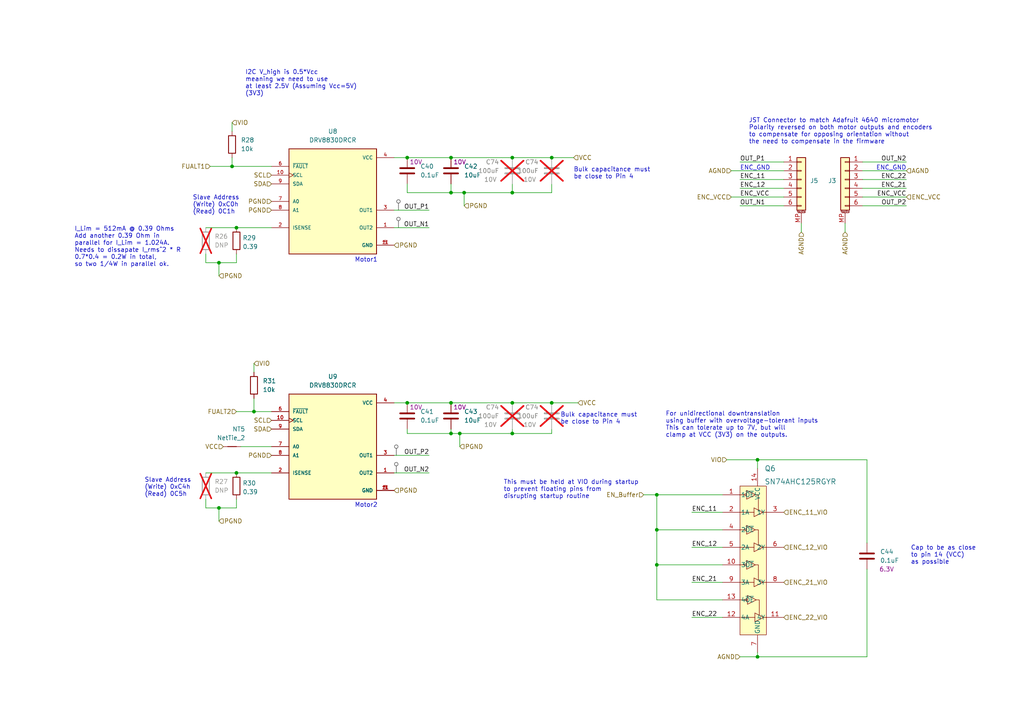
<source format=kicad_sch>
(kicad_sch (version 20230121) (generator eeschema)
  (paper "A4")
  (lib_symbols
    (symbol "Device:NetTie_2" (pin_numbers hide) (pin_names (offset 0) hide)
      (property "Reference" "NT" (at 0 1.27 0))
      (property "Value" "NetTie_2" (at 0 -1.27 0))
      (symbol "NetTie_2_0_1"
        (polyline (pts (xy -1.27 0) (xy 1.27 0)) (stroke (width 0.254)))
      )
      (symbol "NetTie_2_1_1"
        (pin passive line (at -2.54 0 0) (length 2.54) (name "1") (number "1"))
        (pin passive line (at 2.54 0 180) (length 2.54) (name "2") (number "2"))
      )
    )
    (symbol "robot:C" (pin_numbers hide) (pin_names (offset 0.254))
      (property "Reference" "C" (at 0.635 2.54 0))
      (property "Value" "C" (at 0.635 -2.54 0))
      (symbol "C_0_1"
        (polyline (pts (xy -2.032 -0.762) (xy 2.032 -0.762)) (stroke (width 0.508)))
        (polyline (pts (xy -2.032 0.762) (xy 2.032 0.762)) (stroke (width 0.508)))
      )
      (symbol "C_1_1"
        (pin passive line (at 0 3.81 270) (length 2.794) (name "~") (number "1"))
        (pin passive line (at 0 -3.81 90) (length 2.794) (name "~") (number "2"))
      )
    )
    (symbol "robot:Conn_01x06_MountingPin" (pin_names (offset 1.016) hide)
      (property "Reference" "J" (at 0 7.62 0))
      (property "Value" "Conn_01x06_MountingPin" (at 1.27 -10.16 0))
      (symbol "Conn_01x06_MountingPin_1_1"
        (rectangle (start -1.27 -7.493) (end 0 -7.747) (stroke (width 0.1524)))
        (rectangle (start -1.27 -4.953) (end 0 -5.207) (stroke (width 0.1524)))
        (rectangle (start -1.27 -2.413) (end 0 -2.667) (stroke (width 0.1524)))
        (rectangle (start -1.27 0.127) (end 0 -0.127) (stroke (width 0.1524)))
        (rectangle (start -1.27 2.667) (end 0 2.413) (stroke (width 0.1524)))
        (rectangle (start -1.27 5.207) (end 0 4.953) (stroke (width 0.1524)))
        (rectangle (start -1.27 6.35) (end 1.27 -8.89) (stroke (width 0.254)) (fill (type background)))
        (polyline (pts (xy -1.016 -9.652) (xy 1.016 -9.652)) (stroke (width 0.1524)))
        (text "Mounting" (at 0 -9.271 0) (effects (font (size 0.381 0.381))))
        (pin passive line (at -5.08 5.08 0) (length 3.81) (name "Pin_1") (number "1"))
        (pin passive line (at -5.08 2.54 0) (length 3.81) (name "Pin_2") (number "2"))
        (pin passive line (at -5.08 0 0) (length 3.81) (name "Pin_3") (number "3"))
        (pin passive line (at -5.08 -2.54 0) (length 3.81) (name "Pin_4") (number "4"))
        (pin passive line (at -5.08 -5.08 0) (length 3.81) (name "Pin_5") (number "5"))
        (pin passive line (at -5.08 -7.62 0) (length 3.81) (name "Pin_6") (number "6"))
        (pin passive line (at 0 -12.7 90) (length 3.048) (name "MountPin") (number "MP"))
      )
    )
    (symbol "robot:DRV8830DRCR" (pin_names (offset 1.016))
      (property "Reference" "U" (at -12.7 16.129 0))
      (property "Value" "DRV8830DRCR" (at -12.7 -17.78 0))
      (symbol "DRV8830DRCR_0_0"
        (rectangle (start -12.7 -15.24) (end 12.7 15.24) (stroke (width 0.254)) (fill (type background)))
        (pin output line (at 17.78 -7.62 180) (length 5.08) (name "OUT2") (number "1"))
        (pin input clock (at -17.78 7.62 0) (length 5.08) (name "SCL") (number "10"))
        (pin power_in line (at 17.78 -12.7 180) (length 5.08) (name "GND") (number "11"))
        (pin bidirectional line (at -17.78 -7.62 0) (length 5.08) (name "ISENSE") (number "2"))
        (pin output line (at 17.78 -2.54 180) (length 5.08) (name "OUT1") (number "3"))
        (pin power_in line (at 17.78 12.7 180) (length 5.08) (name "VCC") (number "4"))
        (pin power_in line (at 17.78 -12.7 180) (length 5.08) (name "GND") (number "5"))
        (pin output line (at -17.78 10.16 0) (length 5.08) (name "~{FAULT}") (number "6"))
        (pin input line (at -17.78 0 0) (length 5.08) (name "A0") (number "7"))
        (pin input line (at -17.78 -2.54 0) (length 5.08) (name "A1") (number "8"))
        (pin bidirectional line (at -17.78 5.08 0) (length 5.08) (name "SDA") (number "9"))
      )
    )
    (symbol "robot:R" (pin_numbers hide) (pin_names (offset 0))
      (property "Reference" "R" (at 2.032 0 90))
      (property "Value" "R" (at 0 0 90))
      (symbol "R_0_1"
        (rectangle (start -1.016 -2.54) (end 1.016 2.54) (stroke (width 0.254)))
      )
      (symbol "R_1_1"
        (pin passive line (at 0 3.81 270) (length 1.27) (name "~") (number "1"))
        (pin passive line (at 0 -3.81 90) (length 1.27) (name "~") (number "2"))
      )
    )
    (symbol "robot:SN74AHC125RGYR" (pin_names (offset 0.254))
      (property "Reference" "U" (at 0 41.91 0))
      (property "Value" "SN74AHC125RGYR" (at 0 39.37 0))
      (symbol "SN74AHC125RGYR_0_0"
        (pin input line (at 1.27 -29.21 90) (length 5.08) hide (name "GND") (number "PAD"))
      )
      (symbol "SN74AHC125RGYR_0_1"
        (rectangle (start -3.81 19.05) (end 3.81 -24.13) (fill (type background)))
        (circle (center -2.286 -3.81) (radius 0.254))
        (circle (center -2.286 6.35) (radius 0.254))
        (circle (center -2.286 16.51) (radius 0.254))
        (circle (center -2.032 -13.97) (radius 0.254))
        (polyline (pts (xy -2.54 -3.81) (xy -3.937 -3.81)))
        (polyline (pts (xy -2.54 6.35) (xy -3.937 6.35)))
        (polyline (pts (xy -2.54 16.51) (xy -3.937 16.51)))
        (polyline (pts (xy -2.286 -13.97) (xy -3.683 -13.97)))
        (polyline (pts (xy 0.254 -8.89) (xy -3.81 -8.89)))
        (polyline (pts (xy 0.254 1.27) (xy -3.81 1.27)))
        (polyline (pts (xy 0.254 11.43) (xy -3.81 11.43)))
        (polyline (pts (xy 0.508 -19.05) (xy -3.556 -19.05)))
        (polyline (pts (xy 2.667 -8.89) (xy 3.683 -8.89)))
        (polyline (pts (xy 2.667 1.27) (xy 3.683 1.27)))
        (polyline (pts (xy 2.667 11.43) (xy 3.683 11.43)))
        (polyline (pts (xy 2.921 -19.05) (xy 3.937 -19.05)))
        (polyline (pts (xy 1.524 -8.255) (xy 1.524 -3.81) (xy 0.635 -3.81)))
        (polyline (pts (xy 1.524 1.905) (xy 1.524 6.35) (xy 0.635 6.35)))
        (polyline (pts (xy 1.524 12.065) (xy 1.524 16.51) (xy 0.635 16.51)))
        (polyline (pts (xy 1.778 -18.415) (xy 1.778 -13.97) (xy 0.889 -13.97)))
        (polyline (pts (xy -1.905 -2.54) (xy -1.905 -3.81) (xy -1.905 -5.08) (xy 0.635 -3.81) (xy -1.905 -2.54)))
        (polyline (pts (xy -1.905 7.62) (xy -1.905 6.35) (xy -1.905 5.08) (xy 0.635 6.35) (xy -1.905 7.62)))
        (polyline (pts (xy -1.905 17.78) (xy -1.905 16.51) (xy -1.905 15.24) (xy 0.635 16.51) (xy -1.905 17.78)))
        (polyline (pts (xy -1.651 -12.7) (xy -1.651 -13.97) (xy -1.651 -15.24) (xy 0.889 -13.97) (xy -1.651 -12.7)))
        (polyline (pts (xy 0.254 -7.62) (xy 0.254 -8.89) (xy 0.254 -10.16) (xy 2.794 -8.89) (xy 0.254 -7.62)))
        (polyline (pts (xy 0.254 2.54) (xy 0.254 1.27) (xy 0.254 0) (xy 2.794 1.27) (xy 0.254 2.54)))
        (polyline (pts (xy 0.254 12.7) (xy 0.254 11.43) (xy 0.254 10.16) (xy 2.794 11.43) (xy 0.254 12.7)))
        (polyline (pts (xy 0.508 -17.78) (xy 0.508 -19.05) (xy 0.508 -20.32) (xy 3.048 -19.05) (xy 0.508 -17.78)))
      )
      (symbol "SN74AHC125RGYR_1_1"
        (pin input line (at -8.89 16.51 0) (length 5.08) (name "1~{OE}") (number "1"))
        (pin input line (at -8.89 -3.81 0) (length 5.08) (name "3~{OE}") (number "10"))
        (pin output line (at 8.89 -19.05 180) (length 5.08) (name "4Y") (number "11"))
        (pin input line (at -8.89 -19.05 0) (length 5.08) (name "4A") (number "12"))
        (pin input line (at -8.89 -13.97 0) (length 5.08) (name "4~{OE}") (number "13"))
        (pin power_in line (at 1.27 24.13 270) (length 5.08) (name "VCC") (number "14"))
        (pin input line (at -8.89 11.43 0) (length 5.08) (name "1A") (number "2"))
        (pin output line (at 8.89 11.43 180) (length 5.08) (name "1Y") (number "3"))
        (pin input line (at -8.89 6.35 0) (length 5.08) (name "2~{OE}") (number "4"))
        (pin input line (at -8.89 1.27 0) (length 5.08) (name "2A") (number "5"))
        (pin output line (at 8.89 1.27 180) (length 5.08) (name "2Y") (number "6"))
        (pin power_in line (at 1.27 -29.21 90) (length 5.08) (name "GND") (number "7"))
        (pin output line (at 8.89 -8.89 180) (length 5.08) (name "3Y") (number "8"))
        (pin input line (at -8.89 -8.89 0) (length 5.08) (name "3A") (number "9"))
      )
    )
  )
  (junction (at 148.59 45.72))
  (junction (at 130.81 125.73))
  (junction (at 118.11 116.84))
  (junction (at 130.81 55.88))
  (junction (at 130.81 116.84))
  (junction (at 63.5 76.2))
  (junction (at 160.02 116.84))
  (junction (at 190.5 143.51))
  (junction (at 148.59 125.73))
  (junction (at 68.58 66.04))
  (junction (at 160.02 45.72))
  (junction (at 73.66 119.38))
  (junction (at 148.59 116.84))
  (junction (at 130.81 45.72))
  (junction (at 190.5 163.83))
  (junction (at 118.11 45.72))
  (junction (at 134.62 55.88))
  (junction (at 68.58 137.16))
  (junction (at 190.5 153.67))
  (junction (at 219.71 133.35))
  (junction (at 148.59 55.88))
  (junction (at 67.31 48.26))
  (junction (at 219.71 190.5))
  (junction (at 63.5 147.32))
  (junction (at 133.35 125.73))
  (wire (pts (xy 118.11 55.88) (xy 130.81 55.88)))
  (wire (pts (xy 219.71 189.23) (xy 219.71 190.5)))
  (wire (pts (xy 68.58 66.04) (xy 78.74 66.04)))
  (wire (pts (xy 134.62 55.88) (xy 148.59 55.88)))
  (wire (pts (xy 63.5 147.32) (xy 68.58 147.32)))
  (wire (pts (xy 232.41 67.31) (xy 232.41 64.77)))
  (wire (pts (xy 251.46 133.35) (xy 251.46 157.48)))
  (wire (pts (xy 214.63 59.69) (xy 227.33 59.69)))
  (wire (pts (xy 190.5 153.67) (xy 209.55 153.67)))
  (wire (pts (xy 67.31 45.72) (xy 67.31 48.26)))
  (wire (pts (xy 160.02 53.34) (xy 160.02 55.88)))
  (wire (pts (xy 68.58 119.38) (xy 73.66 119.38)))
  (wire (pts (xy 68.58 144.78) (xy 68.58 147.32)))
  (wire (pts (xy 160.02 124.46) (xy 160.02 125.73)))
  (wire (pts (xy 63.5 76.2) (xy 68.58 76.2)))
  (wire (pts (xy 251.46 165.1) (xy 251.46 190.5)))
  (wire (pts (xy 63.5 76.2) (xy 63.5 80.01)))
  (wire (pts (xy 190.5 153.67) (xy 190.5 143.51)))
  (wire (pts (xy 200.66 158.75) (xy 209.55 158.75)))
  (wire (pts (xy 251.46 190.5) (xy 219.71 190.5)))
  (wire (pts (xy 200.66 179.07) (xy 209.55 179.07)))
  (wire (pts (xy 214.63 54.61) (xy 227.33 54.61)))
  (wire (pts (xy 133.35 125.73) (xy 148.59 125.73)))
  (wire (pts (xy 118.11 45.72) (xy 114.3 45.72)))
  (wire (pts (xy 219.71 133.35) (xy 219.71 135.89)))
  (wire (pts (xy 130.81 125.73) (xy 133.35 125.73)))
  (wire (pts (xy 148.59 116.84) (xy 130.81 116.84)))
  (wire (pts (xy 186.69 143.51) (xy 190.5 143.51)))
  (wire (pts (xy 200.66 168.91) (xy 209.55 168.91)))
  (wire (pts (xy 130.81 125.73) (xy 130.81 124.46)))
  (wire (pts (xy 200.66 148.59) (xy 209.55 148.59)))
  (wire (pts (xy 148.59 45.72) (xy 160.02 45.72)))
  (wire (pts (xy 130.81 45.72) (xy 118.11 45.72)))
  (wire (pts (xy 118.11 116.84) (xy 114.3 116.84)))
  (wire (pts (xy 133.35 125.73) (xy 133.35 129.54)))
  (wire (pts (xy 209.55 173.99) (xy 190.5 173.99)))
  (wire (pts (xy 212.09 57.15) (xy 227.33 57.15)))
  (wire (pts (xy 250.19 52.07) (xy 262.89 52.07)))
  (wire (pts (xy 130.81 55.88) (xy 134.62 55.88)))
  (wire (pts (xy 69.85 129.54) (xy 78.74 129.54)))
  (wire (pts (xy 262.89 49.53) (xy 250.19 49.53)))
  (wire (pts (xy 190.5 163.83) (xy 190.5 153.67)))
  (wire (pts (xy 59.69 73.66) (xy 59.69 76.2)))
  (wire (pts (xy 59.69 147.32) (xy 63.5 147.32)))
  (wire (pts (xy 160.02 45.72) (xy 166.37 45.72)))
  (wire (pts (xy 262.89 59.69) (xy 250.19 59.69)))
  (wire (pts (xy 59.69 137.16) (xy 68.58 137.16)))
  (wire (pts (xy 59.69 66.04) (xy 68.58 66.04)))
  (wire (pts (xy 118.11 124.46) (xy 118.11 125.73)))
  (wire (pts (xy 73.66 105.41) (xy 73.66 107.95)))
  (wire (pts (xy 118.11 125.73) (xy 130.81 125.73)))
  (wire (pts (xy 118.11 53.34) (xy 118.11 55.88)))
  (wire (pts (xy 130.81 55.88) (xy 130.81 53.34)))
  (wire (pts (xy 148.59 53.34) (xy 148.59 55.88)))
  (wire (pts (xy 190.5 173.99) (xy 190.5 163.83)))
  (wire (pts (xy 190.5 143.51) (xy 209.55 143.51)))
  (wire (pts (xy 59.69 144.78) (xy 59.69 147.32)))
  (wire (pts (xy 73.66 119.38) (xy 78.74 119.38)))
  (wire (pts (xy 67.31 35.56) (xy 67.31 38.1)))
  (wire (pts (xy 245.11 67.31) (xy 245.11 64.77)))
  (wire (pts (xy 63.5 147.32) (xy 63.5 151.13)))
  (wire (pts (xy 160.02 116.84) (xy 148.59 116.84)))
  (wire (pts (xy 59.69 76.2) (xy 63.5 76.2)))
  (wire (pts (xy 219.71 133.35) (xy 251.46 133.35)))
  (wire (pts (xy 114.3 60.96) (xy 124.46 60.96)))
  (wire (pts (xy 190.5 163.83) (xy 209.55 163.83)))
  (wire (pts (xy 114.3 66.04) (xy 124.46 66.04)))
  (wire (pts (xy 214.63 52.07) (xy 227.33 52.07)))
  (wire (pts (xy 60.96 48.26) (xy 67.31 48.26)))
  (wire (pts (xy 114.3 137.16) (xy 124.46 137.16)))
  (wire (pts (xy 250.19 54.61) (xy 262.89 54.61)))
  (wire (pts (xy 67.31 48.26) (xy 78.74 48.26)))
  (wire (pts (xy 68.58 73.66) (xy 68.58 76.2)))
  (wire (pts (xy 262.89 57.15) (xy 250.19 57.15)))
  (wire (pts (xy 167.64 116.84) (xy 160.02 116.84)))
  (wire (pts (xy 148.59 125.73) (xy 160.02 125.73)))
  (wire (pts (xy 148.59 124.46) (xy 148.59 125.73)))
  (wire (pts (xy 219.71 190.5) (xy 214.63 190.5)))
  (wire (pts (xy 134.62 55.88) (xy 134.62 59.69)))
  (wire (pts (xy 68.58 137.16) (xy 78.74 137.16)))
  (wire (pts (xy 130.81 116.84) (xy 118.11 116.84)))
  (wire (pts (xy 214.63 46.99) (xy 227.33 46.99)))
  (wire (pts (xy 160.02 55.88) (xy 148.59 55.88)))
  (wire (pts (xy 130.81 45.72) (xy 148.59 45.72)))
  (wire (pts (xy 212.09 49.53) (xy 227.33 49.53)))
  (wire (pts (xy 262.89 46.99) (xy 250.19 46.99)))
  (wire (pts (xy 210.82 133.35) (xy 219.71 133.35)))
  (wire (pts (xy 73.66 115.57) (xy 73.66 119.38)))
  (wire (pts (xy 114.3 132.08) (xy 124.46 132.08)))
  (text "Motor1" (at 102.87 76.2 0) (effects (font (size 1.27 1.27)) (justify left bottom)))
  (text "Bulk capacitance must \nbe close to Pin 4" (at 162.56 123.19 0) (effects (font (size 1.27 1.27)) (justify left bottom)))
  (text "Motor2" (at 102.87 147.32 0) (effects (font (size 1.27 1.27)) (justify left bottom)))
  (text "Slave Address \n(Write) 0xC0h \n(Read) 0C1h" (at 55.88 62.23 0) (effects (font (size 1.27 1.27)) (justify left bottom)))
  (text "ENC_GND" (at 262.89 49.53 0) (effects (font (size 1.27 1.27)) (justify right bottom)))
  (text "For unidirectional downtranslation \nusing buffer with overvoltage-tolerant inputs\nThis can tolerate up to 7V, but will\nclamp at VCC (3V3) on the outputs." (at 193.04 127 0) (effects (font (size 1.27 1.27)) (justify left bottom)))
  (text "This must be held at VIO during startup\nto prevent floating pins from\ndisrupting startup routine" (at 146.05 144.78 0) (effects (font (size 1.27 1.27)) (justify left bottom)))
  (text "Bulk capacitance must \nbe close to Pin 4" (at 166.37 52.07 0) (effects (font (size 1.27 1.27)) (justify left bottom)))
  (text "I2C V_high is 0.5*Vcc\nmeaning we need to use \nat least 2.5V (Assuming Vcc=5V)\n(3V3)\n" (at 71.12 27.94 0) (effects (font (size 1.27 1.27)) (justify left bottom)))
  (text "JST Connector to match Adafruit 4640 micromotor\nPolarity reversed on both motor outputs and encoders\nto compensate for opposing orientation without\nthe need to compensate in the firmware" (at 217.17 41.91 0) (effects (font (size 1.27 1.27)) (justify left bottom)))
  (text "Cap to be as close \nto pin 14 (VCC) \nas possible" (at 264.16 163.83 0) (effects (font (size 1.27 1.27)) (justify left bottom)))
  (text "ENC_GND" (at 214.63 49.53 0) (effects (font (size 1.27 1.27)) (justify left bottom)))
  (text "I_Lim = 512mA @ 0.39 Ohms\nAdd another 0.39 Ohm in \nparallel for I_Lim = 1.024A.\nNeeds to dissapate I_rms^2 * R\n0.7*0.4 = 0.2W in total, \nso two 1/4W in parallel ok.\n" (at 21.59 77.47 0) (effects (font (size 1.27 1.27)) (justify left bottom)))
  (text "Slave Address \n(Write) 0xC4h \n(Read) 0C5h" (at 41.91 144.145 0) (effects (font (size 1.27 1.27)) (justify left bottom)))
  (label "OUT_P1" (at 124.46 60.96 180))
  (label "ENC_21" (at 200.66 168.91 0))
  (label "OUT_P2" (at 124.46 132.08 180))
  (label "OUT_P2" (at 262.89 59.69 180))
  (label "OUT_P1" (at 214.63 46.99 0))
  (label "ENC_12" (at 200.66 158.75 0))
  (label "OUT_N1" (at 214.63 59.69 0))
  (label "ENC_21" (at 262.89 54.61 180))
  (label "OUT_N2" (at 124.46 137.16 180))
  (label "ENC_VCC" (at 214.63 57.15 0))
  (label "OUT_N1" (at 124.46 66.04 180))
  (label "OUT_N2" (at 262.89 46.99 180))
  (label "ENC_11" (at 214.63 52.07 0))
  (label "ENC_11" (at 200.66 148.59 0))
  (label "ENC_12" (at 214.63 54.61 0))
  (label "ENC_22" (at 262.89 52.07 180))
  (label "ENC_VCC" (at 262.89 57.15 180))
  (label "ENC_22" (at 200.66 179.07 0))
  (hierarchical_label "VCC" (shape input) (at 166.37 45.72 0))
  (hierarchical_label "PGND" (shape input) (at 63.5 151.13 0))
  (hierarchical_label "AGND" (shape input) (at 212.09 49.53 180))
  (hierarchical_label "VIO" (shape input) (at 210.82 133.35 180))
  (hierarchical_label "ENC_VCC" (shape input) (at 262.89 57.15 0))
  (hierarchical_label "SDA" (shape input) (at 78.74 53.34 180))
  (hierarchical_label "ENC_21_VIO" (shape input) (at 227.33 168.91 0))
  (hierarchical_label "AGND" (shape input) (at 262.89 49.53 0))
  (hierarchical_label "AGND" (shape input) (at 214.63 190.5 180))
  (hierarchical_label "VIO" (shape input) (at 73.66 105.41 0))
  (hierarchical_label "PGND" (shape input) (at 133.35 129.54 0))
  (hierarchical_label "EN_Buffer" (shape input) (at 186.69 143.51 180))
  (hierarchical_label "VIO" (shape input) (at 67.31 35.56 0))
  (hierarchical_label "AGND" (shape input) (at 245.11 67.31 270))
  (hierarchical_label "ENC_12_VIO" (shape input) (at 227.33 158.75 0))
  (hierarchical_label "SDA" (shape input) (at 78.74 124.46 180))
  (hierarchical_label "PGND" (shape input) (at 114.3 142.24 0))
  (hierarchical_label "ENC_22_VIO" (shape input) (at 227.33 179.07 0))
  (hierarchical_label "FUALT1" (shape input) (at 60.96 48.26 180))
  (hierarchical_label "FUALT2" (shape input) (at 68.58 119.38 180))
  (hierarchical_label "PGND" (shape input) (at 63.5 80.01 0))
  (hierarchical_label "VCC" (shape input) (at 64.77 129.54 180))
  (hierarchical_label "ENC_11_VIO" (shape input) (at 227.33 148.59 0))
  (hierarchical_label "SCL" (shape input) (at 78.74 50.8 180))
  (hierarchical_label "ENC_VCC" (shape input) (at 212.09 57.15 180))
  (hierarchical_label "PGND" (shape input) (at 114.3 71.12 0))
  (hierarchical_label "PGND" (shape input) (at 78.74 58.42 180))
  (hierarchical_label "SCL" (shape input) (at 78.74 121.92 180))
  (hierarchical_label "PGND" (shape input) (at 78.74 60.96 180))
  (hierarchical_label "PGND" (shape input) (at 134.62 59.69 0))
  (hierarchical_label "AGND" (shape input) (at 232.41 67.31 270))
  (hierarchical_label "VCC" (shape input) (at 167.64 116.84 0))
  (hierarchical_label "PGND" (shape input) (at 78.74 132.08 180))
  (netclass_flag "" (length 2.54) (shape round) (at 115.57 66.04 0) (property "Netclass" "power_2A" (effects hide)))
  (netclass_flag "" (length 2.54) (shape round) (at 115.57 60.96 0) (property "Netclass" "power_2A" (effects hide)))
  (netclass_flag "" (length 2.54) (shape round) (at 114.935 132.08 0) (property "Netclass" "power_2A" (effects hide)))
  (netclass_flag "" (length 2.54) (shape round) (at 114.935 137.16 0) (property "Netclass" "power_2A" (effects hide)))
  (symbol (lib_id "robot:SN74AHC125RGYR") (at 218.44 160.02 0) (unit 1)
    (property "Reference" "Q6" (at 221.7294 135.89 0) (effects (font (size 1.524 1.524)) (justify left)))
    (property "Value" "SN74AHC125RGYR" (at 221.7294 139.7 0) (effects (font (size 1.524 1.524)) (justify left)))
    (property "Footprint" "robot:SN74AHC125RGYR" (effects hide))
    (property "Datasheet" "https://www.ti.com/lit/ds/symlink/sn74ahc125.pdf?ts=1663326066450&ref_url=https%253A%252F%252Fwww.ti.com%252Fproduct%252FSN74AHC125%252Fpart-details%252FSN74AHC125RGYR" (effects hide))
    (property "Part Number" "SN74AHC125RGYR" (effects hide))
    (property "Manufacturer" "Texas Instruments" (effects hide))
    (property "Stock" "39" (effects hide))
  )
  (symbol (lib_id "Device:NetTie_2") (at 67.31 129.54 0) (mirror y) (unit 1) (in_bom no)
    (property "Reference" "NT5" (at 71.12 124.46 0) (effects (justify left)))
    (property "Value" "NetTie_2" (at 71.12 127 0) (effects (justify left)))
    (property "Footprint" "robot:NetTie-_SMD_Pad6mil" (effects hide))
    (property "Manufacturer" "N/A" (effects hide))
    (property "Part Number" "N/A" (effects hide))
    (instances (project "robot" (path "" (reference "NT5") (unit 1)) (path "" (reference "NT15") (unit 1)) (path "" (reference "NT16") (unit 1)) (path "" (reference "NT17") (unit 1))))
  )
  (symbol (lib_id "robot:Conn_01x06_MountingPin") (at 245.11 52.07 0) (mirror y) (unit 1)
    (property "Reference" "J3" (at 242.57 52.4256 0) (effects (justify left)))
    (property "Value" "Conn_01x06_MountingPin" (effects hide))
    (property "Footprint" "robot:CONN_B6B-ZR-SM4-TF_JST" (effects hide))
    (property "Datasheet" "https://www.jst-mfg.com/product/pdf/eng/eZH.pdf" (effects hide))
    (property "Manufacturer" "JST" (effects hide))
    (property "Part Number" "B6B-ZR-SM4-TF" (effects hide))
  )
  (symbol (lib_id "robot:R") (at 59.69 140.97 0) (unit 1) (in_bom no) (dnp yes)
    (property "Reference" "R27" (at 62.23 139.6999 0) (effects (justify left)))
    (property "Value" "DNP" (at 62.23 142.2399 0) (effects (justify left)))
    (property "Footprint" "robot:R_0603_1608Metric" (effects hide))
    (property "Description" "1/4W" (effects hide))
    (property "Manufacturer" "Panasonic" (effects hide))
    (property "Part Number" "ERJ-3RQJR39V" (effects hide))
  )
  (symbol (lib_id "robot:C") (at 160.02 120.65 0) (mirror y) (unit 1) (in_bom no) (dnp yes)
    (property "Reference" "C74" (at 156.21 118.1099 0) (effects (justify left)))
    (property "Value" "100uF" (at 156.21 120.6499 0) (effects (justify left)))
    (property "Footprint" "robot:C_0805_2012Metric" (effects hide))
    (property "Description" "10V" (at 153.67 123.19 0))
    (property "Manufacturer" "Murata" (effects hide))
    (property "Part Number" "GRM31CD80J107MEA8K" (effects hide))
    (instances (project "robot" (path "" (reference "C74") (unit 1)) (path "" (reference "C90") (unit 1))))
  )
  (symbol (lib_id "robot:C") (at 160.02 49.53 0) (mirror y) (unit 1) (in_bom no) (dnp yes)
    (property "Reference" "C74" (at 156.21 46.9899 0) (effects (justify left)))
    (property "Value" "100uF" (at 156.21 49.5299 0) (effects (justify left)))
    (property "Footprint" "robot:C_0805_2012Metric" (effects hide))
    (property "Description" "10V" (at 153.67 52.07 0))
    (property "Manufacturer" "Murata" (effects hide))
    (property "Part Number" "GRM31CD80J107MEA8K" (effects hide))
    (instances (project "robot" (path "" (reference "C74") (unit 1)) (path "" (reference "C89") (unit 1))))
  )
  (symbol (lib_id "robot:Conn_01x06_MountingPin") (at 232.41 52.07 0) (unit 1)
    (property "Reference" "J5" (at 234.95 52.4256 0) (effects (justify left)))
    (property "Value" "Conn_01x06_MountingPin" (effects hide))
    (property "Footprint" "robot:CONN_B6B-ZR-SM4-TF_JST" (effects hide))
    (property "Datasheet" "https://www.jst-mfg.com/product/pdf/eng/eZH.pdf" (effects hide))
    (property "Manufacturer" "JST" (effects hide))
    (property "Part Number" "B6B-ZR-SM4-TF" (effects hide))
  )
  (symbol (lib_id "robot:C") (at 130.81 49.53 0) (unit 1)
    (property "Reference" "C42" (at 134.62 48.2599 0) (effects (justify left)))
    (property "Value" "10uF" (at 134.62 50.7999 0) (effects (justify left)))
    (property "Footprint" "robot:C_0603_1608Metric" (effects hide))
    (property "Description" "10V" (at 133.35 46.99 0))
    (property "Manufacturer" "Murata" (effects hide))
    (property "Part Number" "GRM188R61E106KA73J" (effects hide))
  )
  (symbol (lib_id "robot:R") (at 67.31 41.91 0) (unit 1)
    (property "Reference" "R28" (at 69.85 40.6399 0) (effects (justify left)))
    (property "Value" "10k" (at 69.85 43.1799 0) (effects (justify left)))
    (property "Footprint" "robot:R_0603_1608Metric" (effects hide))
    (property "Manufacturer" "Walsin Technology" (effects hide))
    (property "Part Number" "WR06X1002FTL" (effects hide))
    (property "Stock" "100" (effects hide))
  )
  (symbol (lib_id "robot:C") (at 118.11 49.53 0) (unit 1)
    (property "Reference" "C40" (at 121.92 48.2599 0) (effects (justify left)))
    (property "Value" "0.1uF" (at 121.92 50.7999 0) (effects (justify left)))
    (property "Footprint" "robot:C_0402_1005Metric" (effects hide))
    (property "Description" "10V" (at 120.65 46.99 0))
    (property "Manufacturer" "Samsung" (effects hide))
    (property "Part Number" "CL05A104KA5NNNC" (effects hide))
  )
  (symbol (lib_id "robot:R") (at 59.69 69.85 0) (unit 1) (in_bom no) (dnp yes)
    (property "Reference" "R26" (at 62.23 68.5799 0) (effects (justify left)))
    (property "Value" "DNP" (at 62.23 71.1199 0) (effects (justify left)))
    (property "Footprint" "robot:R_0603_1608Metric" (effects hide))
    (property "Description" "1/4W" (effects hide))
    (property "Manufacturer" "Panasonic" (effects hide))
    (property "Part Number" "ERJ-3RQJR39V" (effects hide))
  )
  (symbol (lib_id "robot:R") (at 73.66 111.76 0) (unit 1)
    (property "Reference" "R31" (at 76.2 110.4899 0) (effects (justify left)))
    (property "Value" "10k" (at 76.2 113.0299 0) (effects (justify left)))
    (property "Footprint" "robot:R_0603_1608Metric" (effects hide))
    (property "Manufacturer" "Walsin Technology" (effects hide))
    (property "Part Number" "WR06X1002FTL" (effects hide))
    (property "Stock" "100" (effects hide))
  )
  (symbol (lib_id "robot:R") (at 68.58 140.97 0) (unit 1)
    (property "Reference" "R30" (at 70.358 140.1353 0) (effects (justify left)))
    (property "Value" "0.39" (at 70.358 142.6722 0) (effects (justify left)))
    (property "Footprint" "robot:R_0603_1608Metric" (effects hide))
    (property "Description" "1/4W" (effects hide))
    (property "Manufacturer" "Panasonic" (effects hide))
    (property "Part Number" "ERJ-3RQJR39V" (effects hide))
  )
  (symbol (lib_id "robot:C") (at 148.59 120.65 0) (mirror y) (unit 1) (in_bom no) (dnp yes)
    (property "Reference" "C74" (at 144.78 118.1099 0) (effects (justify left)))
    (property "Value" "100uF" (at 144.78 120.6499 0) (effects (justify left)))
    (property "Footprint" "robot:C_0805_2012Metric" (effects hide))
    (property "Description" "10V" (at 142.24 123.19 0))
    (property "Manufacturer" "Murata" (effects hide))
    (property "Part Number" "GRM31CD80J107MEA8K" (effects hide))
    (instances (project "robot" (path "" (reference "C74") (unit 1)) (path "" (reference "C86") (unit 1))))
  )
  (symbol (lib_id "robot:C") (at 130.81 120.65 0) (unit 1)
    (property "Reference" "C43" (at 134.62 119.3799 0) (effects (justify left)))
    (property "Value" "10uF" (at 134.62 121.9199 0) (effects (justify left)))
    (property "Footprint" "robot:C_0603_1608Metric" (effects hide))
    (property "Description" "10V" (at 133.35 118.11 0))
    (property "Manufacturer" "Murata" (effects hide))
    (property "Part Number" "GRM188R61E106KA73J" (effects hide))
  )
  (symbol (lib_id "robot:DRV8830DRCR") (at 96.52 129.54 0) (unit 1)
    (property "Reference" "U9" (at 96.52 109.22 0))
    (property "Value" "DRV8830DRCR" (at 96.52 111.76 0))
    (property "Footprint" "robot:IC_DRV8830DRCR" (effects hide))
    (property "Datasheet" "https://www.ti.com/lit/ds/symlink/drv8830.pdf" (effects hide))
    (property "Description" "Provide adequate heat sinking on PCB" (effects hide))
    (property "Manufacturer" "Texas Instruments" (effects hide))
    (property "Part Number" "DRV8830DRCR" (effects hide))
    (property "Stock" "44" (effects hide))
  )
  (symbol (lib_id "robot:C") (at 118.11 120.65 0) (unit 1)
    (property "Reference" "C41" (at 121.92 119.3799 0) (effects (justify left)))
    (property "Value" "0.1uF" (at 121.92 121.9199 0) (effects (justify left)))
    (property "Footprint" "robot:C_0402_1005Metric" (effects hide))
    (property "Description" "10V" (at 120.65 118.11 0))
    (property "Manufacturer" "Samsung" (effects hide))
    (property "Part Number" "CL05A104KA5NNNC" (effects hide))
  )
  (symbol (lib_id "robot:DRV8830DRCR") (at 96.52 58.42 0) (unit 1)
    (property "Reference" "U8" (at 96.52 38.1 0))
    (property "Value" "DRV8830DRCR" (at 96.52 40.64 0))
    (property "Footprint" "robot:IC_DRV8830DRCR" (effects hide))
    (property "Datasheet" "https://www.ti.com/lit/ds/symlink/drv8830.pdf" (effects hide))
    (property "Description" "Provide adequate heat sinking on PCB" (effects hide))
    (property "Manufacturer" "Texas Instruments" (effects hide))
    (property "Part Number" "DRV8830DRCR" (effects hide))
    (property "Stock" "44" (effects hide))
  )
  (symbol (lib_id "robot:C") (at 251.46 161.29 0) (unit 1)
    (property "Reference" "C44" (at 255.27 160.0199 0) (effects (justify left)))
    (property "Value" "0.1uF" (at 255.27 162.5599 0) (effects (justify left)))
    (property "Footprint" "robot:C_0402_1005Metric" (effects hide))
    (property "Description" "6.3V" (at 257.175 165.1 0))
    (property "Manufacturer" "Samsung" (effects hide))
    (property "Part Number" "CL05A104KA5NNNC" (effects hide))
  )
  (symbol (lib_id "robot:R") (at 68.58 69.85 0) (unit 1)
    (property "Reference" "R29" (at 70.358 69.0153 0) (effects (justify left)))
    (property "Value" "0.39" (at 70.358 71.5522 0) (effects (justify left)))
    (property "Footprint" "robot:R_0603_1608Metric" (effects hide))
    (property "Description" "1/4W" (effects hide))
    (property "Manufacturer" "Panasonic" (effects hide))
    (property "Part Number" "ERJ-3RQJR39V" (effects hide))
  )
  (symbol (lib_id "robot:C") (at 148.59 49.53 0) (mirror y) (unit 1) (in_bom no) (dnp yes)
    (property "Reference" "C74" (at 144.78 46.9899 0) (effects (justify left)))
    (property "Value" "100uF" (at 144.78 49.5299 0) (effects (justify left)))
    (property "Footprint" "robot:C_0805_2012Metric" (effects hide))
    (property "Description" "10V" (at 142.24 52.07 0))
    (property "Manufacturer" "Murata" (effects hide))
    (property "Part Number" "GRM31CD80J107MEA8K" (effects hide))
  )
)
</source>
